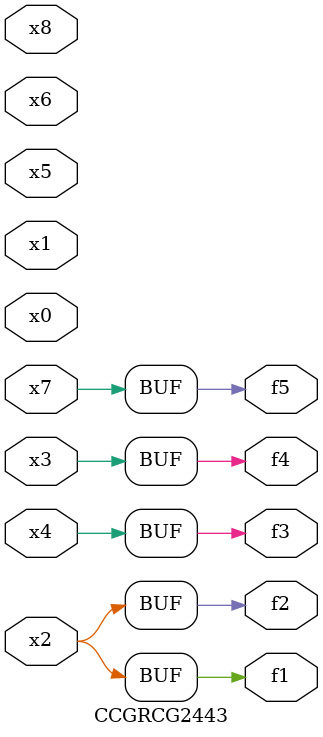
<source format=v>
module CCGRCG2443(
	input x0, x1, x2, x3, x4, x5, x6, x7, x8,
	output f1, f2, f3, f4, f5
);
	assign f1 = x2;
	assign f2 = x2;
	assign f3 = x4;
	assign f4 = x3;
	assign f5 = x7;
endmodule

</source>
